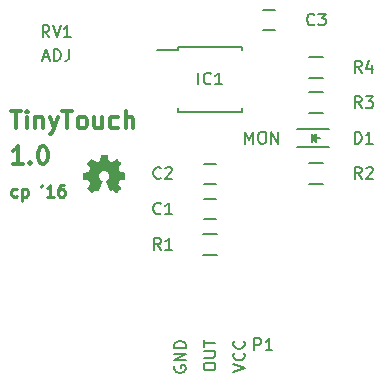
<source format=gto>
G04 #@! TF.FileFunction,Legend,Top*
%FSLAX46Y46*%
G04 Gerber Fmt 4.6, Leading zero omitted, Abs format (unit mm)*
G04 Created by KiCad (PCBNEW 4.0.4+e1-6308~48~ubuntu16.04.1-stable) date Sat Nov 26 13:58:56 2016*
%MOMM*%
%LPD*%
G01*
G04 APERTURE LIST*
%ADD10C,0.100000*%
%ADD11C,0.250000*%
%ADD12C,0.200000*%
%ADD13C,0.300000*%
%ADD14C,0.150000*%
%ADD15C,0.002540*%
G04 APERTURE END LIST*
D10*
D11*
X123666667Y-97904762D02*
X123571429Y-97952381D01*
X123380952Y-97952381D01*
X123285714Y-97904762D01*
X123238095Y-97857143D01*
X123190476Y-97761905D01*
X123190476Y-97476190D01*
X123238095Y-97380952D01*
X123285714Y-97333333D01*
X123380952Y-97285714D01*
X123571429Y-97285714D01*
X123666667Y-97333333D01*
X124095238Y-97285714D02*
X124095238Y-98285714D01*
X124095238Y-97333333D02*
X124190476Y-97285714D01*
X124380953Y-97285714D01*
X124476191Y-97333333D01*
X124523810Y-97380952D01*
X124571429Y-97476190D01*
X124571429Y-97761905D01*
X124523810Y-97857143D01*
X124476191Y-97904762D01*
X124380953Y-97952381D01*
X124190476Y-97952381D01*
X124095238Y-97904762D01*
X125809524Y-96952381D02*
X125714286Y-97142857D01*
X126761905Y-97952381D02*
X126190476Y-97952381D01*
X126476190Y-97952381D02*
X126476190Y-96952381D01*
X126380952Y-97095238D01*
X126285714Y-97190476D01*
X126190476Y-97238095D01*
X127619048Y-96952381D02*
X127428571Y-96952381D01*
X127333333Y-97000000D01*
X127285714Y-97047619D01*
X127190476Y-97190476D01*
X127142857Y-97380952D01*
X127142857Y-97761905D01*
X127190476Y-97857143D01*
X127238095Y-97904762D01*
X127333333Y-97952381D01*
X127523810Y-97952381D01*
X127619048Y-97904762D01*
X127666667Y-97857143D01*
X127714286Y-97761905D01*
X127714286Y-97523810D01*
X127666667Y-97428571D01*
X127619048Y-97380952D01*
X127523810Y-97333333D01*
X127333333Y-97333333D01*
X127238095Y-97380952D01*
X127190476Y-97428571D01*
X127142857Y-97523810D01*
D12*
X141952381Y-112761905D02*
X142952381Y-112428572D01*
X141952381Y-112095238D01*
X142857143Y-111190476D02*
X142904762Y-111238095D01*
X142952381Y-111380952D01*
X142952381Y-111476190D01*
X142904762Y-111619048D01*
X142809524Y-111714286D01*
X142714286Y-111761905D01*
X142523810Y-111809524D01*
X142380952Y-111809524D01*
X142190476Y-111761905D01*
X142095238Y-111714286D01*
X142000000Y-111619048D01*
X141952381Y-111476190D01*
X141952381Y-111380952D01*
X142000000Y-111238095D01*
X142047619Y-111190476D01*
X142857143Y-110190476D02*
X142904762Y-110238095D01*
X142952381Y-110380952D01*
X142952381Y-110476190D01*
X142904762Y-110619048D01*
X142809524Y-110714286D01*
X142714286Y-110761905D01*
X142523810Y-110809524D01*
X142380952Y-110809524D01*
X142190476Y-110761905D01*
X142095238Y-110714286D01*
X142000000Y-110619048D01*
X141952381Y-110476190D01*
X141952381Y-110380952D01*
X142000000Y-110238095D01*
X142047619Y-110190476D01*
X139452381Y-112428572D02*
X139452381Y-112238095D01*
X139500000Y-112142857D01*
X139595238Y-112047619D01*
X139785714Y-112000000D01*
X140119048Y-112000000D01*
X140309524Y-112047619D01*
X140404762Y-112142857D01*
X140452381Y-112238095D01*
X140452381Y-112428572D01*
X140404762Y-112523810D01*
X140309524Y-112619048D01*
X140119048Y-112666667D01*
X139785714Y-112666667D01*
X139595238Y-112619048D01*
X139500000Y-112523810D01*
X139452381Y-112428572D01*
X139452381Y-111571429D02*
X140261905Y-111571429D01*
X140357143Y-111523810D01*
X140404762Y-111476191D01*
X140452381Y-111380953D01*
X140452381Y-111190476D01*
X140404762Y-111095238D01*
X140357143Y-111047619D01*
X140261905Y-111000000D01*
X139452381Y-111000000D01*
X139452381Y-110666667D02*
X139452381Y-110095238D01*
X140452381Y-110380953D02*
X139452381Y-110380953D01*
X137000000Y-112285714D02*
X136952381Y-112380952D01*
X136952381Y-112523809D01*
X137000000Y-112666667D01*
X137095238Y-112761905D01*
X137190476Y-112809524D01*
X137380952Y-112857143D01*
X137523810Y-112857143D01*
X137714286Y-112809524D01*
X137809524Y-112761905D01*
X137904762Y-112666667D01*
X137952381Y-112523809D01*
X137952381Y-112428571D01*
X137904762Y-112285714D01*
X137857143Y-112238095D01*
X137523810Y-112238095D01*
X137523810Y-112428571D01*
X137952381Y-111809524D02*
X136952381Y-111809524D01*
X137952381Y-111238095D01*
X136952381Y-111238095D01*
X137952381Y-110761905D02*
X136952381Y-110761905D01*
X136952381Y-110523810D01*
X137000000Y-110380952D01*
X137095238Y-110285714D01*
X137190476Y-110238095D01*
X137380952Y-110190476D01*
X137523810Y-110190476D01*
X137714286Y-110238095D01*
X137809524Y-110285714D01*
X137904762Y-110380952D01*
X137952381Y-110523810D01*
X137952381Y-110761905D01*
X143000000Y-93452381D02*
X143000000Y-92452381D01*
X143333334Y-93166667D01*
X143666667Y-92452381D01*
X143666667Y-93452381D01*
X144333333Y-92452381D02*
X144523810Y-92452381D01*
X144619048Y-92500000D01*
X144714286Y-92595238D01*
X144761905Y-92785714D01*
X144761905Y-93119048D01*
X144714286Y-93309524D01*
X144619048Y-93404762D01*
X144523810Y-93452381D01*
X144333333Y-93452381D01*
X144238095Y-93404762D01*
X144142857Y-93309524D01*
X144095238Y-93119048D01*
X144095238Y-92785714D01*
X144142857Y-92595238D01*
X144238095Y-92500000D01*
X144333333Y-92452381D01*
X145190476Y-93452381D02*
X145190476Y-92452381D01*
X145761905Y-93452381D01*
X145761905Y-92452381D01*
X125880952Y-86166667D02*
X126357143Y-86166667D01*
X125785714Y-86452381D02*
X126119047Y-85452381D01*
X126452381Y-86452381D01*
X126785714Y-86452381D02*
X126785714Y-85452381D01*
X127023809Y-85452381D01*
X127166667Y-85500000D01*
X127261905Y-85595238D01*
X127309524Y-85690476D01*
X127357143Y-85880952D01*
X127357143Y-86023810D01*
X127309524Y-86214286D01*
X127261905Y-86309524D01*
X127166667Y-86404762D01*
X127023809Y-86452381D01*
X126785714Y-86452381D01*
X128071429Y-85452381D02*
X128071429Y-86166667D01*
X128023809Y-86309524D01*
X127928571Y-86404762D01*
X127785714Y-86452381D01*
X127690476Y-86452381D01*
D13*
X124142857Y-95178571D02*
X123285714Y-95178571D01*
X123714286Y-95178571D02*
X123714286Y-93678571D01*
X123571429Y-93892857D01*
X123428571Y-94035714D01*
X123285714Y-94107143D01*
X124785714Y-95035714D02*
X124857142Y-95107143D01*
X124785714Y-95178571D01*
X124714285Y-95107143D01*
X124785714Y-95035714D01*
X124785714Y-95178571D01*
X125785714Y-93678571D02*
X125928571Y-93678571D01*
X126071428Y-93750000D01*
X126142857Y-93821429D01*
X126214286Y-93964286D01*
X126285714Y-94250000D01*
X126285714Y-94607143D01*
X126214286Y-94892857D01*
X126142857Y-95035714D01*
X126071428Y-95107143D01*
X125928571Y-95178571D01*
X125785714Y-95178571D01*
X125642857Y-95107143D01*
X125571428Y-95035714D01*
X125500000Y-94892857D01*
X125428571Y-94607143D01*
X125428571Y-94250000D01*
X125500000Y-93964286D01*
X125571428Y-93821429D01*
X125642857Y-93750000D01*
X125785714Y-93678571D01*
X123142857Y-90678571D02*
X124000000Y-90678571D01*
X123571429Y-92178571D02*
X123571429Y-90678571D01*
X124500000Y-92178571D02*
X124500000Y-91178571D01*
X124500000Y-90678571D02*
X124428571Y-90750000D01*
X124500000Y-90821429D01*
X124571428Y-90750000D01*
X124500000Y-90678571D01*
X124500000Y-90821429D01*
X125214286Y-91178571D02*
X125214286Y-92178571D01*
X125214286Y-91321429D02*
X125285714Y-91250000D01*
X125428572Y-91178571D01*
X125642857Y-91178571D01*
X125785714Y-91250000D01*
X125857143Y-91392857D01*
X125857143Y-92178571D01*
X126428572Y-91178571D02*
X126785715Y-92178571D01*
X127142857Y-91178571D02*
X126785715Y-92178571D01*
X126642857Y-92535714D01*
X126571429Y-92607143D01*
X126428572Y-92678571D01*
X127500000Y-90678571D02*
X128357143Y-90678571D01*
X127928572Y-92178571D02*
X127928572Y-90678571D01*
X129071429Y-92178571D02*
X128928571Y-92107143D01*
X128857143Y-92035714D01*
X128785714Y-91892857D01*
X128785714Y-91464286D01*
X128857143Y-91321429D01*
X128928571Y-91250000D01*
X129071429Y-91178571D01*
X129285714Y-91178571D01*
X129428571Y-91250000D01*
X129500000Y-91321429D01*
X129571429Y-91464286D01*
X129571429Y-91892857D01*
X129500000Y-92035714D01*
X129428571Y-92107143D01*
X129285714Y-92178571D01*
X129071429Y-92178571D01*
X130857143Y-91178571D02*
X130857143Y-92178571D01*
X130214286Y-91178571D02*
X130214286Y-91964286D01*
X130285714Y-92107143D01*
X130428572Y-92178571D01*
X130642857Y-92178571D01*
X130785714Y-92107143D01*
X130857143Y-92035714D01*
X132214286Y-92107143D02*
X132071429Y-92178571D01*
X131785715Y-92178571D01*
X131642857Y-92107143D01*
X131571429Y-92035714D01*
X131500000Y-91892857D01*
X131500000Y-91464286D01*
X131571429Y-91321429D01*
X131642857Y-91250000D01*
X131785715Y-91178571D01*
X132071429Y-91178571D01*
X132214286Y-91250000D01*
X132857143Y-92178571D02*
X132857143Y-90678571D01*
X133500000Y-92178571D02*
X133500000Y-91392857D01*
X133428571Y-91250000D01*
X133285714Y-91178571D01*
X133071429Y-91178571D01*
X132928571Y-91250000D01*
X132857143Y-91321429D01*
D14*
X139500000Y-96850000D02*
X140500000Y-96850000D01*
X140500000Y-95150000D02*
X139500000Y-95150000D01*
X137250000Y-85245000D02*
X137250000Y-85545000D01*
X142750000Y-85245000D02*
X142750000Y-85545000D01*
X142750000Y-90755000D02*
X142750000Y-90455000D01*
X137250000Y-90755000D02*
X137250000Y-90455000D01*
X137250000Y-85245000D02*
X142750000Y-85245000D01*
X137250000Y-90755000D02*
X142750000Y-90755000D01*
X137250000Y-85545000D02*
X135500000Y-85545000D01*
X139400000Y-101125000D02*
X140600000Y-101125000D01*
X140600000Y-102875000D02*
X139400000Y-102875000D01*
X149600000Y-96875000D02*
X148400000Y-96875000D01*
X148400000Y-95125000D02*
X149600000Y-95125000D01*
X148400000Y-89125000D02*
X149600000Y-89125000D01*
X149600000Y-90875000D02*
X148400000Y-90875000D01*
X148400000Y-86125000D02*
X149600000Y-86125000D01*
X149600000Y-87875000D02*
X148400000Y-87875000D01*
X145500000Y-82150000D02*
X144500000Y-82150000D01*
X144500000Y-83850000D02*
X145500000Y-83850000D01*
X139500000Y-99850000D02*
X140500000Y-99850000D01*
X140500000Y-98150000D02*
X139500000Y-98150000D01*
X147400000Y-93750000D02*
X150100000Y-93750000D01*
X147400000Y-92250000D02*
X150100000Y-92250000D01*
X148900000Y-93150000D02*
X148900000Y-92900000D01*
X148900000Y-92900000D02*
X148750000Y-93050000D01*
X148650000Y-92650000D02*
X148650000Y-93350000D01*
X149000000Y-93000000D02*
X149350000Y-93000000D01*
X148650000Y-93000000D02*
X149000000Y-92650000D01*
X149000000Y-92650000D02*
X149000000Y-93350000D01*
X149000000Y-93350000D02*
X148650000Y-93000000D01*
D15*
G36*
X129940820Y-97572260D02*
X129958600Y-97562100D01*
X129999240Y-97536700D01*
X130057660Y-97498600D01*
X130126240Y-97450340D01*
X130197360Y-97404620D01*
X130253240Y-97366520D01*
X130293880Y-97341120D01*
X130309120Y-97330960D01*
X130319280Y-97333500D01*
X130352300Y-97351280D01*
X130400560Y-97374140D01*
X130425960Y-97389380D01*
X130471680Y-97409700D01*
X130492000Y-97412240D01*
X130497080Y-97407160D01*
X130512320Y-97371600D01*
X130537720Y-97315720D01*
X130570740Y-97239520D01*
X130608840Y-97150620D01*
X130649480Y-97054100D01*
X130690120Y-96957580D01*
X130728220Y-96863600D01*
X130763780Y-96779780D01*
X130789180Y-96711200D01*
X130809500Y-96665480D01*
X130814580Y-96645160D01*
X130812040Y-96640080D01*
X130791720Y-96619760D01*
X130753620Y-96589280D01*
X130669800Y-96523240D01*
X130588520Y-96421640D01*
X130537720Y-96304800D01*
X130522480Y-96175260D01*
X130535180Y-96055880D01*
X130583440Y-95944120D01*
X130662180Y-95839980D01*
X130758700Y-95763780D01*
X130873000Y-95715520D01*
X131000000Y-95700280D01*
X131121920Y-95712980D01*
X131238760Y-95758700D01*
X131340360Y-95837440D01*
X131386080Y-95888240D01*
X131444500Y-95992380D01*
X131480060Y-96104140D01*
X131482600Y-96132080D01*
X131477520Y-96254000D01*
X131441960Y-96373380D01*
X131375920Y-96477520D01*
X131287020Y-96563880D01*
X131274320Y-96571500D01*
X131233680Y-96604520D01*
X131205740Y-96624840D01*
X131182880Y-96642620D01*
X131340360Y-97018540D01*
X131365760Y-97079500D01*
X131408940Y-97183640D01*
X131447040Y-97272540D01*
X131474980Y-97341120D01*
X131497840Y-97389380D01*
X131505460Y-97407160D01*
X131508000Y-97409700D01*
X131520700Y-97412240D01*
X131548640Y-97402080D01*
X131601980Y-97376680D01*
X131637540Y-97358900D01*
X131678180Y-97338580D01*
X131695960Y-97330960D01*
X131711200Y-97338580D01*
X131749300Y-97363980D01*
X131805180Y-97402080D01*
X131871220Y-97447800D01*
X131937260Y-97490980D01*
X131995680Y-97529080D01*
X132038860Y-97557020D01*
X132059180Y-97569720D01*
X132061720Y-97569720D01*
X132082040Y-97559560D01*
X132115060Y-97529080D01*
X132165860Y-97480820D01*
X132239520Y-97409700D01*
X132249680Y-97399540D01*
X132310640Y-97338580D01*
X132358900Y-97287780D01*
X132389380Y-97252220D01*
X132402080Y-97234440D01*
X132402080Y-97234440D01*
X132391920Y-97214120D01*
X132363980Y-97170940D01*
X132325880Y-97112520D01*
X132277620Y-97041400D01*
X132153160Y-96861060D01*
X132221740Y-96688340D01*
X132242060Y-96637540D01*
X132270000Y-96574040D01*
X132287780Y-96528320D01*
X132297940Y-96508000D01*
X132318260Y-96500380D01*
X132363980Y-96490220D01*
X132432560Y-96477520D01*
X132513840Y-96462280D01*
X132590040Y-96447040D01*
X132661160Y-96434340D01*
X132709420Y-96424180D01*
X132732280Y-96419100D01*
X132737360Y-96416560D01*
X132742440Y-96406400D01*
X132744980Y-96381000D01*
X132747520Y-96340360D01*
X132747520Y-96271780D01*
X132747520Y-96175260D01*
X132747520Y-96165100D01*
X132747520Y-96073660D01*
X132744980Y-96000000D01*
X132742440Y-95954280D01*
X132739900Y-95933960D01*
X132739900Y-95933960D01*
X132719580Y-95928880D01*
X132668780Y-95918720D01*
X132600200Y-95906020D01*
X132516380Y-95890780D01*
X132511300Y-95888240D01*
X132427480Y-95873000D01*
X132358900Y-95857760D01*
X132310640Y-95847600D01*
X132290320Y-95839980D01*
X132285240Y-95834900D01*
X132270000Y-95801880D01*
X132244600Y-95751080D01*
X132219200Y-95687580D01*
X132191260Y-95624080D01*
X132168400Y-95565660D01*
X132153160Y-95522480D01*
X132148080Y-95502160D01*
X132148080Y-95502160D01*
X132160780Y-95481840D01*
X132188720Y-95438660D01*
X132229360Y-95380240D01*
X132277620Y-95309120D01*
X132280160Y-95304040D01*
X132328420Y-95232920D01*
X132366520Y-95174500D01*
X132391920Y-95131320D01*
X132402080Y-95113540D01*
X132402080Y-95111000D01*
X132386840Y-95090680D01*
X132351280Y-95050040D01*
X132300480Y-94996700D01*
X132236980Y-94935740D01*
X132219200Y-94917960D01*
X132150620Y-94849380D01*
X132102360Y-94806200D01*
X132074420Y-94783340D01*
X132059180Y-94778260D01*
X132059180Y-94778260D01*
X132038860Y-94790960D01*
X131993140Y-94821440D01*
X131934720Y-94862080D01*
X131863600Y-94910340D01*
X131858520Y-94912880D01*
X131787400Y-94961140D01*
X131728980Y-94999240D01*
X131688340Y-95027180D01*
X131670560Y-95037340D01*
X131668020Y-95037340D01*
X131640080Y-95029720D01*
X131589280Y-95011940D01*
X131528320Y-94989080D01*
X131462280Y-94963680D01*
X131403860Y-94938280D01*
X131360680Y-94917960D01*
X131340360Y-94905260D01*
X131337820Y-94905260D01*
X131332740Y-94879860D01*
X131320040Y-94826520D01*
X131304800Y-94755400D01*
X131289560Y-94669040D01*
X131287020Y-94656340D01*
X131269240Y-94572520D01*
X131256540Y-94503940D01*
X131246380Y-94455680D01*
X131241300Y-94435360D01*
X131231140Y-94432820D01*
X131190500Y-94430280D01*
X131127000Y-94430280D01*
X131050800Y-94427740D01*
X130974600Y-94427740D01*
X130895860Y-94430280D01*
X130829820Y-94432820D01*
X130784100Y-94435360D01*
X130763780Y-94440440D01*
X130763780Y-94440440D01*
X130756160Y-94465840D01*
X130743460Y-94519180D01*
X130730760Y-94592840D01*
X130712980Y-94676660D01*
X130710440Y-94691900D01*
X130695200Y-94775720D01*
X130679960Y-94844300D01*
X130669800Y-94890020D01*
X130664720Y-94910340D01*
X130657100Y-94912880D01*
X130624080Y-94928120D01*
X130568200Y-94950980D01*
X130499620Y-94978920D01*
X130339600Y-95044960D01*
X130141480Y-94910340D01*
X130123700Y-94897640D01*
X130052580Y-94849380D01*
X129996700Y-94811280D01*
X129956060Y-94785880D01*
X129938280Y-94775720D01*
X129938280Y-94775720D01*
X129917960Y-94793500D01*
X129877320Y-94829060D01*
X129826520Y-94882400D01*
X129763020Y-94943360D01*
X129717300Y-94989080D01*
X129663960Y-95044960D01*
X129628400Y-95080520D01*
X129610620Y-95105920D01*
X129603000Y-95118620D01*
X129605540Y-95128780D01*
X129618240Y-95149100D01*
X129646180Y-95192280D01*
X129686820Y-95250700D01*
X129735080Y-95321820D01*
X129775720Y-95380240D01*
X129816360Y-95446280D01*
X129844300Y-95492000D01*
X129854460Y-95514860D01*
X129851920Y-95525020D01*
X129839220Y-95563120D01*
X129816360Y-95621540D01*
X129785880Y-95690120D01*
X129717300Y-95845060D01*
X129615700Y-95865380D01*
X129554740Y-95878080D01*
X129468380Y-95893320D01*
X129384560Y-95911100D01*
X129255020Y-95933960D01*
X129249940Y-96406400D01*
X129270260Y-96416560D01*
X129290580Y-96421640D01*
X129338840Y-96431800D01*
X129407420Y-96444500D01*
X129486160Y-96459740D01*
X129554740Y-96472440D01*
X129623320Y-96487680D01*
X129674120Y-96495300D01*
X129696980Y-96500380D01*
X129702060Y-96508000D01*
X129719840Y-96541020D01*
X129742700Y-96594360D01*
X129770640Y-96657860D01*
X129798580Y-96726440D01*
X129823980Y-96787400D01*
X129839220Y-96833120D01*
X129846840Y-96858520D01*
X129836680Y-96876300D01*
X129811280Y-96916940D01*
X129773180Y-96975360D01*
X129724920Y-97043940D01*
X129679200Y-97112520D01*
X129638560Y-97170940D01*
X129610620Y-97211580D01*
X129600460Y-97231900D01*
X129605540Y-97244600D01*
X129633480Y-97277620D01*
X129684280Y-97330960D01*
X129763020Y-97407160D01*
X129775720Y-97419860D01*
X129836680Y-97478280D01*
X129887480Y-97526540D01*
X129923040Y-97559560D01*
X129940820Y-97572260D01*
X129940820Y-97572260D01*
G37*
X129940820Y-97572260D02*
X129958600Y-97562100D01*
X129999240Y-97536700D01*
X130057660Y-97498600D01*
X130126240Y-97450340D01*
X130197360Y-97404620D01*
X130253240Y-97366520D01*
X130293880Y-97341120D01*
X130309120Y-97330960D01*
X130319280Y-97333500D01*
X130352300Y-97351280D01*
X130400560Y-97374140D01*
X130425960Y-97389380D01*
X130471680Y-97409700D01*
X130492000Y-97412240D01*
X130497080Y-97407160D01*
X130512320Y-97371600D01*
X130537720Y-97315720D01*
X130570740Y-97239520D01*
X130608840Y-97150620D01*
X130649480Y-97054100D01*
X130690120Y-96957580D01*
X130728220Y-96863600D01*
X130763780Y-96779780D01*
X130789180Y-96711200D01*
X130809500Y-96665480D01*
X130814580Y-96645160D01*
X130812040Y-96640080D01*
X130791720Y-96619760D01*
X130753620Y-96589280D01*
X130669800Y-96523240D01*
X130588520Y-96421640D01*
X130537720Y-96304800D01*
X130522480Y-96175260D01*
X130535180Y-96055880D01*
X130583440Y-95944120D01*
X130662180Y-95839980D01*
X130758700Y-95763780D01*
X130873000Y-95715520D01*
X131000000Y-95700280D01*
X131121920Y-95712980D01*
X131238760Y-95758700D01*
X131340360Y-95837440D01*
X131386080Y-95888240D01*
X131444500Y-95992380D01*
X131480060Y-96104140D01*
X131482600Y-96132080D01*
X131477520Y-96254000D01*
X131441960Y-96373380D01*
X131375920Y-96477520D01*
X131287020Y-96563880D01*
X131274320Y-96571500D01*
X131233680Y-96604520D01*
X131205740Y-96624840D01*
X131182880Y-96642620D01*
X131340360Y-97018540D01*
X131365760Y-97079500D01*
X131408940Y-97183640D01*
X131447040Y-97272540D01*
X131474980Y-97341120D01*
X131497840Y-97389380D01*
X131505460Y-97407160D01*
X131508000Y-97409700D01*
X131520700Y-97412240D01*
X131548640Y-97402080D01*
X131601980Y-97376680D01*
X131637540Y-97358900D01*
X131678180Y-97338580D01*
X131695960Y-97330960D01*
X131711200Y-97338580D01*
X131749300Y-97363980D01*
X131805180Y-97402080D01*
X131871220Y-97447800D01*
X131937260Y-97490980D01*
X131995680Y-97529080D01*
X132038860Y-97557020D01*
X132059180Y-97569720D01*
X132061720Y-97569720D01*
X132082040Y-97559560D01*
X132115060Y-97529080D01*
X132165860Y-97480820D01*
X132239520Y-97409700D01*
X132249680Y-97399540D01*
X132310640Y-97338580D01*
X132358900Y-97287780D01*
X132389380Y-97252220D01*
X132402080Y-97234440D01*
X132402080Y-97234440D01*
X132391920Y-97214120D01*
X132363980Y-97170940D01*
X132325880Y-97112520D01*
X132277620Y-97041400D01*
X132153160Y-96861060D01*
X132221740Y-96688340D01*
X132242060Y-96637540D01*
X132270000Y-96574040D01*
X132287780Y-96528320D01*
X132297940Y-96508000D01*
X132318260Y-96500380D01*
X132363980Y-96490220D01*
X132432560Y-96477520D01*
X132513840Y-96462280D01*
X132590040Y-96447040D01*
X132661160Y-96434340D01*
X132709420Y-96424180D01*
X132732280Y-96419100D01*
X132737360Y-96416560D01*
X132742440Y-96406400D01*
X132744980Y-96381000D01*
X132747520Y-96340360D01*
X132747520Y-96271780D01*
X132747520Y-96175260D01*
X132747520Y-96165100D01*
X132747520Y-96073660D01*
X132744980Y-96000000D01*
X132742440Y-95954280D01*
X132739900Y-95933960D01*
X132739900Y-95933960D01*
X132719580Y-95928880D01*
X132668780Y-95918720D01*
X132600200Y-95906020D01*
X132516380Y-95890780D01*
X132511300Y-95888240D01*
X132427480Y-95873000D01*
X132358900Y-95857760D01*
X132310640Y-95847600D01*
X132290320Y-95839980D01*
X132285240Y-95834900D01*
X132270000Y-95801880D01*
X132244600Y-95751080D01*
X132219200Y-95687580D01*
X132191260Y-95624080D01*
X132168400Y-95565660D01*
X132153160Y-95522480D01*
X132148080Y-95502160D01*
X132148080Y-95502160D01*
X132160780Y-95481840D01*
X132188720Y-95438660D01*
X132229360Y-95380240D01*
X132277620Y-95309120D01*
X132280160Y-95304040D01*
X132328420Y-95232920D01*
X132366520Y-95174500D01*
X132391920Y-95131320D01*
X132402080Y-95113540D01*
X132402080Y-95111000D01*
X132386840Y-95090680D01*
X132351280Y-95050040D01*
X132300480Y-94996700D01*
X132236980Y-94935740D01*
X132219200Y-94917960D01*
X132150620Y-94849380D01*
X132102360Y-94806200D01*
X132074420Y-94783340D01*
X132059180Y-94778260D01*
X132059180Y-94778260D01*
X132038860Y-94790960D01*
X131993140Y-94821440D01*
X131934720Y-94862080D01*
X131863600Y-94910340D01*
X131858520Y-94912880D01*
X131787400Y-94961140D01*
X131728980Y-94999240D01*
X131688340Y-95027180D01*
X131670560Y-95037340D01*
X131668020Y-95037340D01*
X131640080Y-95029720D01*
X131589280Y-95011940D01*
X131528320Y-94989080D01*
X131462280Y-94963680D01*
X131403860Y-94938280D01*
X131360680Y-94917960D01*
X131340360Y-94905260D01*
X131337820Y-94905260D01*
X131332740Y-94879860D01*
X131320040Y-94826520D01*
X131304800Y-94755400D01*
X131289560Y-94669040D01*
X131287020Y-94656340D01*
X131269240Y-94572520D01*
X131256540Y-94503940D01*
X131246380Y-94455680D01*
X131241300Y-94435360D01*
X131231140Y-94432820D01*
X131190500Y-94430280D01*
X131127000Y-94430280D01*
X131050800Y-94427740D01*
X130974600Y-94427740D01*
X130895860Y-94430280D01*
X130829820Y-94432820D01*
X130784100Y-94435360D01*
X130763780Y-94440440D01*
X130763780Y-94440440D01*
X130756160Y-94465840D01*
X130743460Y-94519180D01*
X130730760Y-94592840D01*
X130712980Y-94676660D01*
X130710440Y-94691900D01*
X130695200Y-94775720D01*
X130679960Y-94844300D01*
X130669800Y-94890020D01*
X130664720Y-94910340D01*
X130657100Y-94912880D01*
X130624080Y-94928120D01*
X130568200Y-94950980D01*
X130499620Y-94978920D01*
X130339600Y-95044960D01*
X130141480Y-94910340D01*
X130123700Y-94897640D01*
X130052580Y-94849380D01*
X129996700Y-94811280D01*
X129956060Y-94785880D01*
X129938280Y-94775720D01*
X129938280Y-94775720D01*
X129917960Y-94793500D01*
X129877320Y-94829060D01*
X129826520Y-94882400D01*
X129763020Y-94943360D01*
X129717300Y-94989080D01*
X129663960Y-95044960D01*
X129628400Y-95080520D01*
X129610620Y-95105920D01*
X129603000Y-95118620D01*
X129605540Y-95128780D01*
X129618240Y-95149100D01*
X129646180Y-95192280D01*
X129686820Y-95250700D01*
X129735080Y-95321820D01*
X129775720Y-95380240D01*
X129816360Y-95446280D01*
X129844300Y-95492000D01*
X129854460Y-95514860D01*
X129851920Y-95525020D01*
X129839220Y-95563120D01*
X129816360Y-95621540D01*
X129785880Y-95690120D01*
X129717300Y-95845060D01*
X129615700Y-95865380D01*
X129554740Y-95878080D01*
X129468380Y-95893320D01*
X129384560Y-95911100D01*
X129255020Y-95933960D01*
X129249940Y-96406400D01*
X129270260Y-96416560D01*
X129290580Y-96421640D01*
X129338840Y-96431800D01*
X129407420Y-96444500D01*
X129486160Y-96459740D01*
X129554740Y-96472440D01*
X129623320Y-96487680D01*
X129674120Y-96495300D01*
X129696980Y-96500380D01*
X129702060Y-96508000D01*
X129719840Y-96541020D01*
X129742700Y-96594360D01*
X129770640Y-96657860D01*
X129798580Y-96726440D01*
X129823980Y-96787400D01*
X129839220Y-96833120D01*
X129846840Y-96858520D01*
X129836680Y-96876300D01*
X129811280Y-96916940D01*
X129773180Y-96975360D01*
X129724920Y-97043940D01*
X129679200Y-97112520D01*
X129638560Y-97170940D01*
X129610620Y-97211580D01*
X129600460Y-97231900D01*
X129605540Y-97244600D01*
X129633480Y-97277620D01*
X129684280Y-97330960D01*
X129763020Y-97407160D01*
X129775720Y-97419860D01*
X129836680Y-97478280D01*
X129887480Y-97526540D01*
X129923040Y-97559560D01*
X129940820Y-97572260D01*
D14*
X135833334Y-96357143D02*
X135785715Y-96404762D01*
X135642858Y-96452381D01*
X135547620Y-96452381D01*
X135404762Y-96404762D01*
X135309524Y-96309524D01*
X135261905Y-96214286D01*
X135214286Y-96023810D01*
X135214286Y-95880952D01*
X135261905Y-95690476D01*
X135309524Y-95595238D01*
X135404762Y-95500000D01*
X135547620Y-95452381D01*
X135642858Y-95452381D01*
X135785715Y-95500000D01*
X135833334Y-95547619D01*
X136214286Y-95547619D02*
X136261905Y-95500000D01*
X136357143Y-95452381D01*
X136595239Y-95452381D01*
X136690477Y-95500000D01*
X136738096Y-95547619D01*
X136785715Y-95642857D01*
X136785715Y-95738095D01*
X136738096Y-95880952D01*
X136166667Y-96452381D01*
X136785715Y-96452381D01*
X139023810Y-88452381D02*
X139023810Y-87452381D01*
X140071429Y-88357143D02*
X140023810Y-88404762D01*
X139880953Y-88452381D01*
X139785715Y-88452381D01*
X139642857Y-88404762D01*
X139547619Y-88309524D01*
X139500000Y-88214286D01*
X139452381Y-88023810D01*
X139452381Y-87880952D01*
X139500000Y-87690476D01*
X139547619Y-87595238D01*
X139642857Y-87500000D01*
X139785715Y-87452381D01*
X139880953Y-87452381D01*
X140023810Y-87500000D01*
X140071429Y-87547619D01*
X141023810Y-88452381D02*
X140452381Y-88452381D01*
X140738095Y-88452381D02*
X140738095Y-87452381D01*
X140642857Y-87595238D01*
X140547619Y-87690476D01*
X140452381Y-87738095D01*
X143761905Y-110952381D02*
X143761905Y-109952381D01*
X144142858Y-109952381D01*
X144238096Y-110000000D01*
X144285715Y-110047619D01*
X144333334Y-110142857D01*
X144333334Y-110285714D01*
X144285715Y-110380952D01*
X144238096Y-110428571D01*
X144142858Y-110476190D01*
X143761905Y-110476190D01*
X145285715Y-110952381D02*
X144714286Y-110952381D01*
X145000000Y-110952381D02*
X145000000Y-109952381D01*
X144904762Y-110095238D01*
X144809524Y-110190476D01*
X144714286Y-110238095D01*
X135833334Y-102452381D02*
X135500000Y-101976190D01*
X135261905Y-102452381D02*
X135261905Y-101452381D01*
X135642858Y-101452381D01*
X135738096Y-101500000D01*
X135785715Y-101547619D01*
X135833334Y-101642857D01*
X135833334Y-101785714D01*
X135785715Y-101880952D01*
X135738096Y-101928571D01*
X135642858Y-101976190D01*
X135261905Y-101976190D01*
X136785715Y-102452381D02*
X136214286Y-102452381D01*
X136500000Y-102452381D02*
X136500000Y-101452381D01*
X136404762Y-101595238D01*
X136309524Y-101690476D01*
X136214286Y-101738095D01*
X152833334Y-96452381D02*
X152500000Y-95976190D01*
X152261905Y-96452381D02*
X152261905Y-95452381D01*
X152642858Y-95452381D01*
X152738096Y-95500000D01*
X152785715Y-95547619D01*
X152833334Y-95642857D01*
X152833334Y-95785714D01*
X152785715Y-95880952D01*
X152738096Y-95928571D01*
X152642858Y-95976190D01*
X152261905Y-95976190D01*
X153214286Y-95547619D02*
X153261905Y-95500000D01*
X153357143Y-95452381D01*
X153595239Y-95452381D01*
X153690477Y-95500000D01*
X153738096Y-95547619D01*
X153785715Y-95642857D01*
X153785715Y-95738095D01*
X153738096Y-95880952D01*
X153166667Y-96452381D01*
X153785715Y-96452381D01*
X152833334Y-90452381D02*
X152500000Y-89976190D01*
X152261905Y-90452381D02*
X152261905Y-89452381D01*
X152642858Y-89452381D01*
X152738096Y-89500000D01*
X152785715Y-89547619D01*
X152833334Y-89642857D01*
X152833334Y-89785714D01*
X152785715Y-89880952D01*
X152738096Y-89928571D01*
X152642858Y-89976190D01*
X152261905Y-89976190D01*
X153166667Y-89452381D02*
X153785715Y-89452381D01*
X153452381Y-89833333D01*
X153595239Y-89833333D01*
X153690477Y-89880952D01*
X153738096Y-89928571D01*
X153785715Y-90023810D01*
X153785715Y-90261905D01*
X153738096Y-90357143D01*
X153690477Y-90404762D01*
X153595239Y-90452381D01*
X153309524Y-90452381D01*
X153214286Y-90404762D01*
X153166667Y-90357143D01*
X152833334Y-87452381D02*
X152500000Y-86976190D01*
X152261905Y-87452381D02*
X152261905Y-86452381D01*
X152642858Y-86452381D01*
X152738096Y-86500000D01*
X152785715Y-86547619D01*
X152833334Y-86642857D01*
X152833334Y-86785714D01*
X152785715Y-86880952D01*
X152738096Y-86928571D01*
X152642858Y-86976190D01*
X152261905Y-86976190D01*
X153690477Y-86785714D02*
X153690477Y-87452381D01*
X153452381Y-86404762D02*
X153214286Y-87119048D01*
X153833334Y-87119048D01*
X126404762Y-84452381D02*
X126071428Y-83976190D01*
X125833333Y-84452381D02*
X125833333Y-83452381D01*
X126214286Y-83452381D01*
X126309524Y-83500000D01*
X126357143Y-83547619D01*
X126404762Y-83642857D01*
X126404762Y-83785714D01*
X126357143Y-83880952D01*
X126309524Y-83928571D01*
X126214286Y-83976190D01*
X125833333Y-83976190D01*
X126690476Y-83452381D02*
X127023809Y-84452381D01*
X127357143Y-83452381D01*
X128214286Y-84452381D02*
X127642857Y-84452381D01*
X127928571Y-84452381D02*
X127928571Y-83452381D01*
X127833333Y-83595238D01*
X127738095Y-83690476D01*
X127642857Y-83738095D01*
X148833334Y-83357143D02*
X148785715Y-83404762D01*
X148642858Y-83452381D01*
X148547620Y-83452381D01*
X148404762Y-83404762D01*
X148309524Y-83309524D01*
X148261905Y-83214286D01*
X148214286Y-83023810D01*
X148214286Y-82880952D01*
X148261905Y-82690476D01*
X148309524Y-82595238D01*
X148404762Y-82500000D01*
X148547620Y-82452381D01*
X148642858Y-82452381D01*
X148785715Y-82500000D01*
X148833334Y-82547619D01*
X149166667Y-82452381D02*
X149785715Y-82452381D01*
X149452381Y-82833333D01*
X149595239Y-82833333D01*
X149690477Y-82880952D01*
X149738096Y-82928571D01*
X149785715Y-83023810D01*
X149785715Y-83261905D01*
X149738096Y-83357143D01*
X149690477Y-83404762D01*
X149595239Y-83452381D01*
X149309524Y-83452381D01*
X149214286Y-83404762D01*
X149166667Y-83357143D01*
X135833334Y-99357143D02*
X135785715Y-99404762D01*
X135642858Y-99452381D01*
X135547620Y-99452381D01*
X135404762Y-99404762D01*
X135309524Y-99309524D01*
X135261905Y-99214286D01*
X135214286Y-99023810D01*
X135214286Y-98880952D01*
X135261905Y-98690476D01*
X135309524Y-98595238D01*
X135404762Y-98500000D01*
X135547620Y-98452381D01*
X135642858Y-98452381D01*
X135785715Y-98500000D01*
X135833334Y-98547619D01*
X136785715Y-99452381D02*
X136214286Y-99452381D01*
X136500000Y-99452381D02*
X136500000Y-98452381D01*
X136404762Y-98595238D01*
X136309524Y-98690476D01*
X136214286Y-98738095D01*
X152261905Y-93452381D02*
X152261905Y-92452381D01*
X152500000Y-92452381D01*
X152642858Y-92500000D01*
X152738096Y-92595238D01*
X152785715Y-92690476D01*
X152833334Y-92880952D01*
X152833334Y-93023810D01*
X152785715Y-93214286D01*
X152738096Y-93309524D01*
X152642858Y-93404762D01*
X152500000Y-93452381D01*
X152261905Y-93452381D01*
X153785715Y-93452381D02*
X153214286Y-93452381D01*
X153500000Y-93452381D02*
X153500000Y-92452381D01*
X153404762Y-92595238D01*
X153309524Y-92690476D01*
X153214286Y-92738095D01*
M02*

</source>
